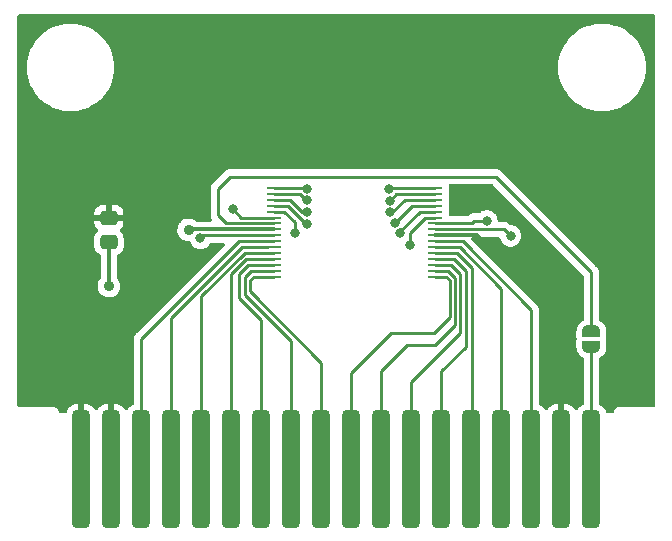
<source format=gbr>
%TF.GenerationSoftware,KiCad,Pcbnew,(6.0.7-1)-1*%
%TF.CreationDate,2023-01-15T15:04:07-08:00*%
%TF.ProjectId,QCard,51436172-642e-46b6-9963-61645f706362,rev?*%
%TF.SameCoordinates,Original*%
%TF.FileFunction,Copper,L1,Top*%
%TF.FilePolarity,Positive*%
%FSLAX46Y46*%
G04 Gerber Fmt 4.6, Leading zero omitted, Abs format (unit mm)*
G04 Created by KiCad (PCBNEW (6.0.7-1)-1) date 2023-01-15 15:04:07*
%MOMM*%
%LPD*%
G01*
G04 APERTURE LIST*
G04 Aperture macros list*
%AMRoundRect*
0 Rectangle with rounded corners*
0 $1 Rounding radius*
0 $2 $3 $4 $5 $6 $7 $8 $9 X,Y pos of 4 corners*
0 Add a 4 corners polygon primitive as box body*
4,1,4,$2,$3,$4,$5,$6,$7,$8,$9,$2,$3,0*
0 Add four circle primitives for the rounded corners*
1,1,$1+$1,$2,$3*
1,1,$1+$1,$4,$5*
1,1,$1+$1,$6,$7*
1,1,$1+$1,$8,$9*
0 Add four rect primitives between the rounded corners*
20,1,$1+$1,$2,$3,$4,$5,0*
20,1,$1+$1,$4,$5,$6,$7,0*
20,1,$1+$1,$6,$7,$8,$9,0*
20,1,$1+$1,$8,$9,$2,$3,0*%
%AMFreePoly0*
4,1,22,0.500000,-0.750000,0.000000,-0.750000,0.000000,-0.745033,-0.079941,-0.743568,-0.215256,-0.701293,-0.333266,-0.622738,-0.424486,-0.514219,-0.481581,-0.384460,-0.499164,-0.250000,-0.500000,-0.250000,-0.500000,0.250000,-0.499164,0.250000,-0.499963,0.256109,-0.478152,0.396186,-0.417904,0.524511,-0.324060,0.630769,-0.204165,0.706417,-0.067858,0.745374,0.000000,0.744959,0.000000,0.750000,
0.500000,0.750000,0.500000,-0.750000,0.500000,-0.750000,$1*%
%AMFreePoly1*
4,1,20,0.000000,0.744959,0.073905,0.744508,0.209726,0.703889,0.328688,0.626782,0.421226,0.519385,0.479903,0.390333,0.500000,0.250000,0.500000,-0.250000,0.499851,-0.262216,0.476331,-0.402017,0.414519,-0.529596,0.319384,-0.634700,0.198574,-0.708877,0.061801,-0.746166,0.000000,-0.745033,0.000000,-0.750000,-0.500000,-0.750000,-0.500000,0.750000,0.000000,0.750000,0.000000,0.744959,
0.000000,0.744959,$1*%
G04 Aperture macros list end*
%TA.AperFunction,SMDPad,CuDef*%
%ADD10FreePoly0,270.000000*%
%TD*%
%TA.AperFunction,SMDPad,CuDef*%
%ADD11FreePoly1,270.000000*%
%TD*%
%TA.AperFunction,SMDPad,CuDef*%
%ADD12R,1.200899X0.279400*%
%TD*%
%TA.AperFunction,ConnectorPad*%
%ADD13RoundRect,0.375000X-0.375000X-4.625000X0.375000X-4.625000X0.375000X4.625000X-0.375000X4.625000X0*%
%TD*%
%TA.AperFunction,SMDPad,CuDef*%
%ADD14RoundRect,0.250000X0.475000X-0.337500X0.475000X0.337500X-0.475000X0.337500X-0.475000X-0.337500X0*%
%TD*%
%TA.AperFunction,ViaPad*%
%ADD15C,0.900000*%
%TD*%
%TA.AperFunction,ViaPad*%
%ADD16C,0.800000*%
%TD*%
%TA.AperFunction,Conductor*%
%ADD17C,0.300000*%
%TD*%
%TA.AperFunction,Conductor*%
%ADD18C,0.250000*%
%TD*%
G04 APERTURE END LIST*
D10*
%TO.P,JP1,1,A*%
%TO.N,Net-(U1-Pad7)*%
X99100000Y-77350000D03*
D11*
%TO.P,JP1,2,B*%
%TO.N,/PGM*%
X99100000Y-78650000D03*
%TD*%
D12*
%TO.P,U1,1,A11*%
%TO.N,/A11*%
X72201377Y-65202500D03*
%TO.P,U1,2,A9*%
%TO.N,/A9*%
X72201377Y-65702499D03*
%TO.P,U1,3,A8*%
%TO.N,/A8*%
X72201377Y-66202500D03*
%TO.P,U1,4,A13*%
%TO.N,/A13*%
X72201377Y-66702499D03*
%TO.P,U1,5,A14*%
%TO.N,/A14*%
X72201377Y-67202501D03*
%TO.P,U1,6,A17*%
%TO.N,/A17*%
X72201377Y-67702500D03*
%TO.P,U1,7,\u002AWE*%
%TO.N,Net-(U1-Pad7)*%
X72201377Y-68202499D03*
%TO.P,U1,8,VDD*%
%TO.N,/VCC*%
X72201377Y-68702500D03*
%TO.P,U1,9,A18*%
%TO.N,/A18*%
X72201377Y-69202500D03*
%TO.P,U1,10,A16*%
%TO.N,/A16*%
X72201377Y-69702501D03*
%TO.P,U1,11,A15*%
%TO.N,/A15*%
X72201377Y-70202500D03*
%TO.P,U1,12,A12*%
%TO.N,/A12*%
X72201377Y-70702499D03*
%TO.P,U1,13,A7*%
%TO.N,/A7*%
X72201377Y-71202501D03*
%TO.P,U1,14,A6*%
%TO.N,/A6*%
X72201377Y-71702500D03*
%TO.P,U1,15,A5*%
%TO.N,/A5*%
X72201377Y-72202501D03*
%TO.P,U1,16,A4*%
%TO.N,/A4*%
X72201377Y-72702500D03*
%TO.P,U1,17,A3*%
%TO.N,/A3*%
X85899073Y-72702500D03*
%TO.P,U1,18,A2*%
%TO.N,/A2*%
X85899073Y-72202501D03*
%TO.P,U1,19,A1*%
%TO.N,/A1*%
X85899073Y-71702500D03*
%TO.P,U1,20,A0*%
%TO.N,/A0*%
X85899073Y-71202501D03*
%TO.P,U1,21,DQ0*%
%TO.N,/D0*%
X85899073Y-70702499D03*
%TO.P,U1,22,DQ1*%
%TO.N,/D1*%
X85899073Y-70202500D03*
%TO.P,U1,23,DQ2*%
%TO.N,/D2*%
X85899073Y-69702501D03*
%TO.P,U1,24,VSS*%
%TO.N,/GND*%
X85899073Y-69202500D03*
%TO.P,U1,25,DQ3*%
%TO.N,/D3*%
X85899073Y-68702500D03*
%TO.P,U1,26,DQ4*%
%TO.N,/D4*%
X85899073Y-68202499D03*
%TO.P,U1,27,DQ5*%
%TO.N,/D5*%
X85899073Y-67702500D03*
%TO.P,U1,28,DQ6*%
%TO.N,/D6*%
X85899073Y-67202501D03*
%TO.P,U1,29,DQ7*%
%TO.N,/D7*%
X85899073Y-66702499D03*
%TO.P,U1,30,\u002ACE*%
%TO.N,/CE*%
X85899073Y-66202500D03*
%TO.P,U1,31,A10*%
%TO.N,/A10*%
X85899073Y-65702499D03*
%TO.P,U1,32,\u002AOE*%
%TO.N,/OE*%
X85899073Y-65202500D03*
%TD*%
D13*
%TO.P,J1,1,Pin_1*%
%TO.N,/GND*%
X55910000Y-89000000D03*
%TO.P,J1,2,Pin_2*%
X58450000Y-89000000D03*
%TO.P,J1,3,Pin_3*%
%TO.N,/A16*%
X60990000Y-89000000D03*
%TO.P,J1,4,Pin_4*%
%TO.N,/A15*%
X63530000Y-89000000D03*
%TO.P,J1,5,Pin_5*%
%TO.N,/A12*%
X66070000Y-89000000D03*
%TO.P,J1,6,Pin_6*%
%TO.N,/A7*%
X68610000Y-89000000D03*
%TO.P,J1,7,Pin_7*%
%TO.N,/A6*%
X71150000Y-89000000D03*
%TO.P,J1,8,Pin_8*%
%TO.N,/A5*%
X73690000Y-89000000D03*
%TO.P,J1,9,Pin_9*%
%TO.N,/A4*%
X76230000Y-89000000D03*
%TO.P,J1,10,Pin_10*%
%TO.N,/A3*%
X78770000Y-89000000D03*
%TO.P,J1,11,Pin_11*%
%TO.N,/A2*%
X81310000Y-89000000D03*
%TO.P,J1,12,Pin_12*%
%TO.N,/A1*%
X83850000Y-89000000D03*
%TO.P,J1,13,Pin_13*%
%TO.N,/A0*%
X86390000Y-89000000D03*
%TO.P,J1,14,Pin_14*%
%TO.N,/D0*%
X88930000Y-89000000D03*
%TO.P,J1,15,Pin_15*%
%TO.N,/D1*%
X91470000Y-89000000D03*
%TO.P,J1,16,Pin_16*%
%TO.N,/D2*%
X94010000Y-89000000D03*
%TO.P,J1,17,Pin_17*%
%TO.N,/GND*%
X96550000Y-89000000D03*
%TO.P,J1,18,Pin_18*%
%TO.N,/PGM*%
X99090000Y-89000000D03*
%TD*%
D14*
%TO.P,C1,1*%
%TO.N,/VCC*%
X58250000Y-69787500D03*
%TO.P,C1,2*%
%TO.N,/GND*%
X58250000Y-67712500D03*
%TD*%
D15*
%TO.N,/VCC*%
X58250000Y-73500000D03*
X65000000Y-68750000D03*
%TO.N,/GND*%
X90000000Y-69750000D03*
D16*
X56300000Y-73500000D03*
%TO.N,/A18*%
X66000000Y-69452000D03*
%TO.N,/A17*%
X68750000Y-67000000D03*
%TO.N,/A14*%
X74000000Y-69000000D03*
%TO.N,/A13*%
X75000000Y-68250000D03*
%TO.N,/A8*%
X75000000Y-67250000D03*
%TO.N,/A9*%
X75000000Y-66250497D03*
%TO.N,/A11*%
X75000000Y-65250000D03*
%TO.N,/OE*%
X82000000Y-65250000D03*
%TO.N,/A10*%
X82012548Y-66262051D03*
%TO.N,/CE*%
X82006490Y-67268109D03*
%TO.N,/D7*%
X82457275Y-68160184D03*
%TO.N,/D6*%
X82901613Y-69055488D03*
%TO.N,/D5*%
X83750000Y-70000000D03*
%TO.N,/D4*%
X90250000Y-67978000D03*
%TO.N,/D3*%
X92250000Y-69250000D03*
%TD*%
D17*
%TO.N,/VCC*%
X65000000Y-68750000D02*
X65047500Y-68702500D01*
X65047500Y-68702500D02*
X72201377Y-68702500D01*
X58250000Y-73500000D02*
X58250000Y-69787500D01*
%TO.N,/GND*%
X85899073Y-69202500D02*
X89452500Y-69202500D01*
X89452500Y-69202500D02*
X90000000Y-69750000D01*
D18*
%TO.N,/A16*%
X60990000Y-89000000D02*
X60990000Y-78010000D01*
X69297499Y-69702501D02*
X72201377Y-69702501D01*
X60990000Y-78010000D02*
X69297499Y-69702501D01*
%TO.N,/A15*%
X69512201Y-70237799D02*
X71750000Y-70237799D01*
X63530000Y-89000000D02*
X63530000Y-76220000D01*
X63530000Y-76220000D02*
X69512201Y-70237799D01*
%TO.N,/A12*%
X66070000Y-74361802D02*
X69729303Y-70702499D01*
X66070000Y-89000000D02*
X66070000Y-74361802D01*
X69729303Y-70702499D02*
X72201377Y-70702499D01*
%TO.N,/A7*%
X68610000Y-72458198D02*
X69865697Y-71202501D01*
X68610000Y-89000000D02*
X68610000Y-72458198D01*
X69865697Y-71202501D02*
X72201377Y-71202501D01*
%TO.N,/A6*%
X71150000Y-89000000D02*
X71150000Y-76400000D01*
X69250000Y-74500000D02*
X69250000Y-72500000D01*
X71150000Y-76400000D02*
X69250000Y-74500000D01*
X70047500Y-71702500D02*
X72201377Y-71702500D01*
X69250000Y-72500000D02*
X70047500Y-71702500D01*
%TO.N,/A5*%
X73690000Y-78190000D02*
X69750000Y-74250000D01*
X69750000Y-74250000D02*
X69750000Y-72750000D01*
X73690000Y-89000000D02*
X73690000Y-78190000D01*
X70297499Y-72202501D02*
X72201377Y-72202501D01*
X69750000Y-72750000D02*
X70297499Y-72202501D01*
%TO.N,/A4*%
X70200000Y-72993198D02*
X70490698Y-72702500D01*
X76230000Y-79980000D02*
X70200000Y-73950000D01*
X76230000Y-89000000D02*
X76230000Y-79980000D01*
X70200000Y-73950000D02*
X70200000Y-72993198D01*
X70490698Y-72702500D02*
X72201377Y-72702500D01*
%TO.N,/A3*%
X78770000Y-80855000D02*
X82125000Y-77500000D01*
X85750000Y-77500000D02*
X87100000Y-76150000D01*
X86816104Y-72702500D02*
X85899073Y-72702500D01*
X82125000Y-77500000D02*
X85750000Y-77500000D01*
X78770000Y-89000000D02*
X78770000Y-80855000D01*
X87100000Y-76150000D02*
X87100000Y-72986396D01*
X87100000Y-72986396D02*
X86816104Y-72702500D01*
%TO.N,/A2*%
X81310000Y-80690000D02*
X83500000Y-78500000D01*
X83500000Y-78500000D02*
X85886396Y-78500000D01*
X81310000Y-89000000D02*
X81310000Y-80690000D01*
X86952501Y-72202501D02*
X85899073Y-72202501D01*
X87550000Y-72800000D02*
X86952501Y-72202501D01*
X85886396Y-78500000D02*
X87550000Y-76836396D01*
X87550000Y-76836396D02*
X87550000Y-72800000D01*
%TO.N,/A1*%
X88000000Y-77511396D02*
X88000000Y-72500000D01*
X83850000Y-89000000D02*
X83850000Y-81661396D01*
X88000000Y-72500000D02*
X87202500Y-71702500D01*
X87202500Y-71702500D02*
X85899073Y-71702500D01*
X83850000Y-81661396D02*
X88000000Y-77511396D01*
%TO.N,/A0*%
X88500000Y-78625000D02*
X88500000Y-72250000D01*
X86390000Y-80735000D02*
X88500000Y-78625000D01*
X87452501Y-71202501D02*
X85899073Y-71202501D01*
X86390000Y-89000000D02*
X86390000Y-80735000D01*
X88500000Y-72250000D02*
X87452501Y-71202501D01*
%TO.N,/D0*%
X89000000Y-88930000D02*
X89000000Y-72000000D01*
X88930000Y-89000000D02*
X89000000Y-88930000D01*
X87702499Y-70702499D02*
X85899073Y-70702499D01*
X89000000Y-72000000D02*
X87702499Y-70702499D01*
%TO.N,/D1*%
X91470000Y-73720000D02*
X87952500Y-70202500D01*
X87952500Y-70202500D02*
X85899073Y-70202500D01*
X91470000Y-89000000D02*
X91470000Y-73720000D01*
%TO.N,/D2*%
X88202501Y-69702501D02*
X85899073Y-69702501D01*
X94010000Y-89000000D02*
X94010000Y-75510000D01*
X94010000Y-75510000D02*
X88202501Y-69702501D01*
%TO.N,/PGM*%
X99090000Y-89000000D02*
X99090000Y-78660000D01*
X99090000Y-78660000D02*
X99100000Y-78650000D01*
%TO.N,/A18*%
X66249500Y-69202500D02*
X72201377Y-69202500D01*
X66000000Y-69452000D02*
X66249500Y-69202500D01*
%TO.N,/A17*%
X68750000Y-67000000D02*
X69452500Y-67702500D01*
X69452500Y-67702500D02*
X72201377Y-67702500D01*
%TO.N,/A14*%
X74000000Y-69000000D02*
X74000000Y-68110974D01*
X74000000Y-68110974D02*
X73091527Y-67202501D01*
X73091527Y-67202501D02*
X72201377Y-67202501D01*
%TO.N,/A13*%
X74952238Y-68250000D02*
X73404737Y-66702499D01*
X73404737Y-66702499D02*
X72201377Y-66702499D01*
X75000000Y-68250000D02*
X74952238Y-68250000D01*
%TO.N,/A8*%
X75000000Y-67250000D02*
X74588634Y-67250000D01*
X73541134Y-66202500D02*
X72201377Y-66202500D01*
X74588634Y-67250000D02*
X73541134Y-66202500D01*
%TO.N,/A9*%
X74975192Y-66250497D02*
X74427194Y-65702499D01*
X75000000Y-66250497D02*
X74975192Y-66250497D01*
X74427194Y-65702499D02*
X72201377Y-65702499D01*
%TO.N,/A11*%
X75000000Y-65250000D02*
X74952500Y-65202500D01*
X74952500Y-65202500D02*
X72201377Y-65202500D01*
%TO.N,/OE*%
X82047500Y-65202500D02*
X85899073Y-65202500D01*
X82000000Y-65250000D02*
X82047500Y-65202500D01*
%TO.N,/A10*%
X82012548Y-66262051D02*
X82572100Y-65702499D01*
X82572100Y-65702499D02*
X85899073Y-65702499D01*
%TO.N,/CE*%
X83297500Y-66202500D02*
X85899073Y-66202500D01*
X82231891Y-67268109D02*
X83297500Y-66202500D01*
X82006490Y-67268109D02*
X82231891Y-67268109D01*
%TO.N,/D7*%
X83914960Y-66702499D02*
X85899073Y-66702499D01*
X82457275Y-68160184D02*
X83914960Y-66702499D01*
%TO.N,/D6*%
X82901613Y-68879637D02*
X84578749Y-67202501D01*
X84578749Y-67202501D02*
X85899073Y-67202501D01*
X82901613Y-69055488D02*
X82901613Y-68879637D01*
%TO.N,/D5*%
X83750000Y-70000000D02*
X83750000Y-69000000D01*
X83750000Y-69000000D02*
X85047500Y-67702500D01*
X85047500Y-67702500D02*
X85899073Y-67702500D01*
%TO.N,/D4*%
X89176998Y-67978000D02*
X88952499Y-68202499D01*
X90250000Y-67978000D02*
X89176998Y-67978000D01*
X88952499Y-68202499D02*
X85899073Y-68202499D01*
%TO.N,/D3*%
X92250000Y-69250000D02*
X91702500Y-68702500D01*
X91702500Y-68702500D02*
X85899073Y-68702500D01*
%TO.N,Net-(U1-Pad7)*%
X68202499Y-68202499D02*
X67500000Y-67500000D01*
X68500000Y-64250000D02*
X91000000Y-64250000D01*
X99000000Y-72250000D02*
X99090000Y-72340000D01*
X91000000Y-64250000D02*
X99000000Y-72250000D01*
X67500000Y-65250000D02*
X68500000Y-64250000D01*
X99100000Y-77350000D02*
X99100000Y-72350000D01*
X72201377Y-68202499D02*
X68202499Y-68202499D01*
X99100000Y-72350000D02*
X99000000Y-72250000D01*
X67500000Y-67500000D02*
X67500000Y-65250000D01*
%TD*%
%TA.AperFunction,Conductor*%
%TO.N,/GND*%
G36*
X90753527Y-64903502D02*
G01*
X90774501Y-64920405D01*
X98429595Y-72575499D01*
X98463621Y-72637811D01*
X98466500Y-72664594D01*
X98466500Y-76328961D01*
X98446498Y-76397082D01*
X98391243Y-76444291D01*
X98376159Y-76450928D01*
X98372355Y-76453296D01*
X98256306Y-76525530D01*
X98256302Y-76525533D01*
X98252504Y-76527897D01*
X98142869Y-76620054D01*
X98045782Y-76728639D01*
X98043297Y-76732372D01*
X98043294Y-76732376D01*
X97978580Y-76829595D01*
X97966419Y-76847864D01*
X97903711Y-76979333D01*
X97861001Y-77116039D01*
X97860284Y-77120463D01*
X97860284Y-77120465D01*
X97857076Y-77140273D01*
X97837713Y-77259821D01*
X97837631Y-77264301D01*
X97835357Y-77388370D01*
X97835088Y-77403020D01*
X97835641Y-77407465D01*
X97835878Y-77411944D01*
X97835751Y-77411951D01*
X97836271Y-77420339D01*
X97836271Y-77850000D01*
X97841500Y-77923111D01*
X97843403Y-77929591D01*
X97852167Y-77959438D01*
X97855988Y-78012868D01*
X97836271Y-78150000D01*
X97836271Y-78637322D01*
X97836250Y-78639630D01*
X97835088Y-78703020D01*
X97853093Y-78847565D01*
X97890766Y-78985745D01*
X97948612Y-79119420D01*
X98023552Y-79241472D01*
X98026415Y-79244920D01*
X98026416Y-79244922D01*
X98112487Y-79348595D01*
X98116592Y-79353540D01*
X98222776Y-79449654D01*
X98343536Y-79531107D01*
X98347564Y-79533058D01*
X98347570Y-79533062D01*
X98385437Y-79551408D01*
X98438021Y-79599110D01*
X98456500Y-79664801D01*
X98456500Y-83437924D01*
X98436498Y-83506045D01*
X98387704Y-83550190D01*
X98320854Y-83584252D01*
X98237042Y-83626956D01*
X98237039Y-83626958D01*
X98231161Y-83629953D01*
X98226032Y-83634106D01*
X98226028Y-83634109D01*
X98094000Y-83741024D01*
X98086830Y-83746830D01*
X98082675Y-83751961D01*
X97974109Y-83886028D01*
X97974106Y-83886032D01*
X97969953Y-83891161D01*
X97966956Y-83897043D01*
X97931986Y-83965675D01*
X97883237Y-84017290D01*
X97814323Y-84034356D01*
X97747121Y-84011455D01*
X97707452Y-83965675D01*
X97672622Y-83897317D01*
X97665470Y-83886304D01*
X97556966Y-83752311D01*
X97547689Y-83743034D01*
X97413696Y-83634530D01*
X97402682Y-83627378D01*
X97249059Y-83549102D01*
X97236813Y-83544401D01*
X97069467Y-83499561D01*
X97058140Y-83497614D01*
X96989261Y-83492193D01*
X96984334Y-83492000D01*
X96822115Y-83492000D01*
X96806876Y-83496475D01*
X96805671Y-83497865D01*
X96804000Y-83505548D01*
X96804000Y-84250000D01*
X96296000Y-84250000D01*
X96296000Y-83510115D01*
X96291525Y-83494876D01*
X96290135Y-83493671D01*
X96282452Y-83492000D01*
X96115666Y-83492000D01*
X96110739Y-83492193D01*
X96041860Y-83497614D01*
X96030533Y-83499561D01*
X95863187Y-83544401D01*
X95850941Y-83549102D01*
X95697318Y-83627378D01*
X95686304Y-83634530D01*
X95552311Y-83743034D01*
X95543034Y-83752311D01*
X95434530Y-83886304D01*
X95427378Y-83897317D01*
X95392548Y-83965675D01*
X95343800Y-84017290D01*
X95274885Y-84034356D01*
X95207683Y-84011455D01*
X95168014Y-83965675D01*
X95133044Y-83897043D01*
X95130047Y-83891161D01*
X95125894Y-83886032D01*
X95125891Y-83886028D01*
X95017325Y-83751961D01*
X95013170Y-83746830D01*
X95006000Y-83741024D01*
X94873972Y-83634109D01*
X94873968Y-83634106D01*
X94868839Y-83629953D01*
X94862961Y-83626958D01*
X94862958Y-83626956D01*
X94779146Y-83584252D01*
X94712296Y-83550190D01*
X94660682Y-83501443D01*
X94643500Y-83437924D01*
X94643500Y-75588767D01*
X94644027Y-75577584D01*
X94645702Y-75570091D01*
X94643562Y-75502000D01*
X94643500Y-75498043D01*
X94643500Y-75470144D01*
X94642996Y-75466153D01*
X94642063Y-75454311D01*
X94640923Y-75418036D01*
X94640674Y-75410111D01*
X94638462Y-75402497D01*
X94638461Y-75402492D01*
X94635023Y-75390659D01*
X94631012Y-75371295D01*
X94629467Y-75359064D01*
X94628474Y-75351203D01*
X94625557Y-75343836D01*
X94625556Y-75343831D01*
X94612198Y-75310092D01*
X94608354Y-75298865D01*
X94598230Y-75264022D01*
X94596018Y-75256407D01*
X94585707Y-75238972D01*
X94577012Y-75221224D01*
X94569552Y-75202383D01*
X94543564Y-75166613D01*
X94537048Y-75156693D01*
X94518580Y-75125465D01*
X94518578Y-75125462D01*
X94514542Y-75118638D01*
X94500221Y-75104317D01*
X94487380Y-75089283D01*
X94480131Y-75079306D01*
X94475472Y-75072893D01*
X94441395Y-75044702D01*
X94432616Y-75036712D01*
X88947000Y-69551095D01*
X88912974Y-69488783D01*
X88918039Y-69417968D01*
X88960586Y-69361132D01*
X89027106Y-69336321D01*
X89036095Y-69336000D01*
X91233040Y-69336000D01*
X91301161Y-69356002D01*
X91347654Y-69409658D01*
X91355902Y-69434637D01*
X91356458Y-69439928D01*
X91415473Y-69621556D01*
X91510960Y-69786944D01*
X91515378Y-69791851D01*
X91515379Y-69791852D01*
X91619174Y-69907128D01*
X91638747Y-69928866D01*
X91687088Y-69963988D01*
X91761545Y-70018084D01*
X91793248Y-70041118D01*
X91799276Y-70043802D01*
X91799278Y-70043803D01*
X91837479Y-70060811D01*
X91967712Y-70118794D01*
X92042774Y-70134749D01*
X92148056Y-70157128D01*
X92148061Y-70157128D01*
X92154513Y-70158500D01*
X92345487Y-70158500D01*
X92351939Y-70157128D01*
X92351944Y-70157128D01*
X92457226Y-70134749D01*
X92532288Y-70118794D01*
X92662521Y-70060811D01*
X92700722Y-70043803D01*
X92700724Y-70043802D01*
X92706752Y-70041118D01*
X92738456Y-70018084D01*
X92812912Y-69963988D01*
X92861253Y-69928866D01*
X92880826Y-69907128D01*
X92984621Y-69791852D01*
X92984622Y-69791851D01*
X92989040Y-69786944D01*
X93084527Y-69621556D01*
X93143542Y-69439928D01*
X93146724Y-69409658D01*
X93162814Y-69256565D01*
X93163504Y-69250000D01*
X93147019Y-69093154D01*
X93144232Y-69066635D01*
X93144232Y-69066633D01*
X93143542Y-69060072D01*
X93084527Y-68878444D01*
X93071976Y-68856704D01*
X93014922Y-68757885D01*
X92989040Y-68713056D01*
X92974699Y-68697128D01*
X92865675Y-68576045D01*
X92865674Y-68576044D01*
X92861253Y-68571134D01*
X92706752Y-68458882D01*
X92700724Y-68456198D01*
X92700722Y-68456197D01*
X92538319Y-68383891D01*
X92538318Y-68383891D01*
X92532288Y-68381206D01*
X92415539Y-68356390D01*
X92351944Y-68342872D01*
X92351939Y-68342872D01*
X92345487Y-68341500D01*
X92290571Y-68341500D01*
X92222450Y-68321498D01*
X92196288Y-68298300D01*
X92194500Y-68295482D01*
X92144848Y-68248856D01*
X92142007Y-68246102D01*
X92122270Y-68226365D01*
X92119073Y-68223885D01*
X92110051Y-68216180D01*
X92104844Y-68211290D01*
X92077821Y-68185914D01*
X92070875Y-68182095D01*
X92070872Y-68182093D01*
X92060066Y-68176152D01*
X92043547Y-68165301D01*
X92036950Y-68160184D01*
X92027541Y-68152886D01*
X92020272Y-68149741D01*
X92020268Y-68149738D01*
X91986963Y-68135326D01*
X91976313Y-68130109D01*
X91937560Y-68108805D01*
X91917937Y-68103767D01*
X91899234Y-68097363D01*
X91887920Y-68092467D01*
X91887919Y-68092467D01*
X91880645Y-68089319D01*
X91872822Y-68088080D01*
X91872812Y-68088077D01*
X91836976Y-68082401D01*
X91825356Y-68079995D01*
X91790211Y-68070972D01*
X91790210Y-68070972D01*
X91782530Y-68069000D01*
X91762276Y-68069000D01*
X91742565Y-68067449D01*
X91730386Y-68065520D01*
X91722557Y-68064280D01*
X91698184Y-68066584D01*
X91678539Y-68068441D01*
X91666681Y-68069000D01*
X91286520Y-68069000D01*
X91218399Y-68048998D01*
X91171906Y-67995342D01*
X91161210Y-67956171D01*
X91144232Y-67794635D01*
X91144232Y-67794633D01*
X91143542Y-67788072D01*
X91084527Y-67606444D01*
X91080743Y-67599889D01*
X91043794Y-67535892D01*
X90989040Y-67441056D01*
X90979138Y-67430058D01*
X90865675Y-67304045D01*
X90865674Y-67304044D01*
X90861253Y-67299134D01*
X90760310Y-67225794D01*
X90712094Y-67190763D01*
X90712093Y-67190762D01*
X90706752Y-67186882D01*
X90700724Y-67184198D01*
X90700722Y-67184197D01*
X90538319Y-67111891D01*
X90538318Y-67111891D01*
X90532288Y-67109206D01*
X90438888Y-67089353D01*
X90351944Y-67070872D01*
X90351939Y-67070872D01*
X90345487Y-67069500D01*
X90154513Y-67069500D01*
X90148061Y-67070872D01*
X90148056Y-67070872D01*
X90061112Y-67089353D01*
X89967712Y-67109206D01*
X89961682Y-67111891D01*
X89961681Y-67111891D01*
X89799278Y-67184197D01*
X89799276Y-67184198D01*
X89793248Y-67186882D01*
X89787907Y-67190762D01*
X89787906Y-67190763D01*
X89739690Y-67225794D01*
X89638747Y-67299134D01*
X89634332Y-67304037D01*
X89629420Y-67308460D01*
X89628295Y-67307211D01*
X89574986Y-67340051D01*
X89541800Y-67344500D01*
X89255766Y-67344500D01*
X89244583Y-67343973D01*
X89237090Y-67342298D01*
X89229164Y-67342547D01*
X89229163Y-67342547D01*
X89169000Y-67344438D01*
X89165042Y-67344500D01*
X89137142Y-67344500D01*
X89133152Y-67345004D01*
X89121318Y-67345936D01*
X89077109Y-67347326D01*
X89069493Y-67349539D01*
X89069491Y-67349539D01*
X89057650Y-67352979D01*
X89038291Y-67356988D01*
X89036981Y-67357154D01*
X89018201Y-67359526D01*
X89010835Y-67362442D01*
X89010829Y-67362444D01*
X88977096Y-67375800D01*
X88965866Y-67379645D01*
X88931015Y-67389770D01*
X88923405Y-67391981D01*
X88916582Y-67396016D01*
X88905964Y-67402295D01*
X88888211Y-67410992D01*
X88880566Y-67414019D01*
X88869381Y-67418448D01*
X88862966Y-67423109D01*
X88833610Y-67444437D01*
X88823693Y-67450951D01*
X88785636Y-67473458D01*
X88771312Y-67487782D01*
X88756285Y-67500617D01*
X88739891Y-67512528D01*
X88734837Y-67518637D01*
X88730965Y-67523317D01*
X88672130Y-67563053D01*
X88633882Y-67568999D01*
X87129042Y-67568999D01*
X87060921Y-67548997D01*
X87014428Y-67495341D01*
X87003779Y-67429391D01*
X87004462Y-67423109D01*
X87008022Y-67390335D01*
X87008022Y-67014667D01*
X87002747Y-66966106D01*
X87002747Y-66938893D01*
X87007653Y-66893732D01*
X87007653Y-66893728D01*
X87008022Y-66890333D01*
X87008022Y-66514665D01*
X87002747Y-66466105D01*
X87002747Y-66438891D01*
X87003294Y-66433862D01*
X87008022Y-66390334D01*
X87008022Y-66014666D01*
X87002747Y-65966105D01*
X87002747Y-65938892D01*
X87007653Y-65893732D01*
X87007653Y-65893728D01*
X87008022Y-65890333D01*
X87008022Y-65514665D01*
X87002747Y-65466106D01*
X87002747Y-65438893D01*
X87007653Y-65393733D01*
X87007653Y-65393729D01*
X87008022Y-65390334D01*
X87008022Y-65014666D01*
X87008317Y-65014666D01*
X87024213Y-64947216D01*
X87075273Y-64897887D01*
X87133742Y-64883500D01*
X90685406Y-64883500D01*
X90753527Y-64903502D01*
G37*
%TD.AperFunction*%
%TA.AperFunction,Conductor*%
G36*
X104433621Y-50528502D02*
G01*
X104480114Y-50582158D01*
X104491500Y-50634500D01*
X104491500Y-83615500D01*
X104471498Y-83683621D01*
X104417842Y-83730114D01*
X104365500Y-83741500D01*
X101508623Y-83741500D01*
X101507853Y-83741498D01*
X101507037Y-83741493D01*
X101430279Y-83741024D01*
X101409965Y-83746830D01*
X101401847Y-83749150D01*
X101385085Y-83752728D01*
X101355813Y-83756920D01*
X101347645Y-83760634D01*
X101347644Y-83760634D01*
X101332438Y-83767548D01*
X101314914Y-83773996D01*
X101290229Y-83781051D01*
X101282635Y-83785843D01*
X101282632Y-83785844D01*
X101265220Y-83796830D01*
X101250137Y-83804969D01*
X101223218Y-83817208D01*
X101216416Y-83823069D01*
X101203765Y-83833970D01*
X101188761Y-83845073D01*
X101167042Y-83858776D01*
X101161103Y-83865501D01*
X101161099Y-83865504D01*
X101147468Y-83880938D01*
X101135276Y-83892982D01*
X101119673Y-83906427D01*
X101119671Y-83906430D01*
X101112873Y-83912287D01*
X101107993Y-83919816D01*
X101107992Y-83919817D01*
X101098906Y-83933835D01*
X101087615Y-83948709D01*
X101076569Y-83961217D01*
X101070622Y-83967951D01*
X101064312Y-83981391D01*
X101058058Y-83994711D01*
X101049737Y-84009691D01*
X101038529Y-84026983D01*
X101038527Y-84026988D01*
X101033648Y-84034515D01*
X101031078Y-84043108D01*
X101031076Y-84043113D01*
X101026289Y-84059120D01*
X101019628Y-84076564D01*
X101012533Y-84091676D01*
X101008719Y-84099800D01*
X101007338Y-84108667D01*
X101007338Y-84108668D01*
X101004170Y-84129015D01*
X101000386Y-84145736D01*
X100996088Y-84160106D01*
X100957405Y-84219638D01*
X100892676Y-84248806D01*
X100875372Y-84250000D01*
X100442857Y-84250000D01*
X100374736Y-84229998D01*
X100328243Y-84176342D01*
X100321150Y-84156612D01*
X100294362Y-84056638D01*
X100210047Y-83891161D01*
X100205894Y-83886032D01*
X100205891Y-83886028D01*
X100097325Y-83751961D01*
X100093170Y-83746830D01*
X100086000Y-83741024D01*
X99953972Y-83634109D01*
X99953968Y-83634106D01*
X99948839Y-83629953D01*
X99942961Y-83626958D01*
X99942958Y-83626956D01*
X99859146Y-83584252D01*
X99792296Y-83550190D01*
X99740682Y-83501443D01*
X99723500Y-83437924D01*
X99723500Y-79674941D01*
X99743502Y-79606820D01*
X99797349Y-79560240D01*
X99830707Y-79545073D01*
X99834789Y-79543217D01*
X99838560Y-79540805D01*
X99838568Y-79540801D01*
X99953721Y-79467157D01*
X99953722Y-79467156D01*
X99957497Y-79464742D01*
X100065998Y-79371252D01*
X100161750Y-79261489D01*
X100174725Y-79241472D01*
X100237214Y-79145062D01*
X100239650Y-79141304D01*
X100300748Y-79009076D01*
X100341784Y-78871858D01*
X100344770Y-78851881D01*
X100362650Y-78732235D01*
X100362650Y-78732232D01*
X100363312Y-78727804D01*
X100364187Y-78584583D01*
X100363852Y-78582139D01*
X100363729Y-78578344D01*
X100363729Y-78150000D01*
X100358500Y-78076889D01*
X100347833Y-78040560D01*
X100344012Y-77987131D01*
X100363729Y-77850000D01*
X100363729Y-77359992D01*
X100363731Y-77359222D01*
X100364160Y-77289069D01*
X100364160Y-77289063D01*
X100364187Y-77284583D01*
X100350620Y-77185538D01*
X100345030Y-77144724D01*
X100345029Y-77144720D01*
X100344420Y-77140273D01*
X100305063Y-77002564D01*
X100245586Y-76869602D01*
X100243200Y-76865820D01*
X100243196Y-76865813D01*
X100171551Y-76752264D01*
X100169160Y-76748474D01*
X100074754Y-76637548D01*
X99967403Y-76542740D01*
X99944807Y-76527897D01*
X99849410Y-76465233D01*
X99849407Y-76465231D01*
X99845666Y-76462774D01*
X99805950Y-76444127D01*
X99752789Y-76397070D01*
X99733500Y-76330072D01*
X99733500Y-72428763D01*
X99734027Y-72417579D01*
X99735701Y-72410091D01*
X99733562Y-72342032D01*
X99733500Y-72338075D01*
X99733500Y-72310144D01*
X99732994Y-72306138D01*
X99732061Y-72294292D01*
X99730922Y-72258037D01*
X99730673Y-72250110D01*
X99725022Y-72230658D01*
X99721014Y-72211306D01*
X99719467Y-72199063D01*
X99718474Y-72191203D01*
X99715556Y-72183832D01*
X99702200Y-72150097D01*
X99698355Y-72138870D01*
X99697721Y-72136687D01*
X99686018Y-72096407D01*
X99681984Y-72089585D01*
X99681981Y-72089579D01*
X99675706Y-72078968D01*
X99667010Y-72061218D01*
X99662472Y-72049756D01*
X99662469Y-72049751D01*
X99659552Y-72042383D01*
X99641899Y-72018085D01*
X99633573Y-72006625D01*
X99627057Y-71996707D01*
X99608575Y-71965457D01*
X99604542Y-71958637D01*
X99590218Y-71944313D01*
X99577376Y-71929278D01*
X99565472Y-71912893D01*
X99531406Y-71884711D01*
X99522627Y-71876722D01*
X91503652Y-63857747D01*
X91496112Y-63849461D01*
X91492000Y-63842982D01*
X91466034Y-63818598D01*
X91442349Y-63796357D01*
X91439507Y-63793602D01*
X91419770Y-63773865D01*
X91416573Y-63771385D01*
X91407551Y-63763680D01*
X91403397Y-63759779D01*
X91375321Y-63733414D01*
X91368375Y-63729595D01*
X91368372Y-63729593D01*
X91357566Y-63723652D01*
X91341047Y-63712801D01*
X91340583Y-63712441D01*
X91325041Y-63700386D01*
X91317772Y-63697241D01*
X91317768Y-63697238D01*
X91284463Y-63682826D01*
X91273813Y-63677609D01*
X91235060Y-63656305D01*
X91215437Y-63651267D01*
X91196734Y-63644863D01*
X91185420Y-63639967D01*
X91185419Y-63639967D01*
X91178145Y-63636819D01*
X91170322Y-63635580D01*
X91170312Y-63635577D01*
X91134476Y-63629901D01*
X91122856Y-63627495D01*
X91087711Y-63618472D01*
X91087710Y-63618472D01*
X91080030Y-63616500D01*
X91059776Y-63616500D01*
X91040065Y-63614949D01*
X91027886Y-63613020D01*
X91020057Y-63611780D01*
X90990786Y-63614547D01*
X90976039Y-63615941D01*
X90964181Y-63616500D01*
X68578768Y-63616500D01*
X68567585Y-63615973D01*
X68560092Y-63614298D01*
X68552166Y-63614547D01*
X68552165Y-63614547D01*
X68492002Y-63616438D01*
X68488044Y-63616500D01*
X68460144Y-63616500D01*
X68456154Y-63617004D01*
X68444320Y-63617936D01*
X68400111Y-63619326D01*
X68392495Y-63621539D01*
X68392493Y-63621539D01*
X68380652Y-63624979D01*
X68361293Y-63628988D01*
X68359983Y-63629154D01*
X68341203Y-63631526D01*
X68333837Y-63634442D01*
X68333831Y-63634444D01*
X68300098Y-63647800D01*
X68288868Y-63651645D01*
X68272828Y-63656305D01*
X68246407Y-63663981D01*
X68239584Y-63668016D01*
X68228966Y-63674295D01*
X68211213Y-63682992D01*
X68203568Y-63686019D01*
X68192383Y-63690448D01*
X68178705Y-63700386D01*
X68156612Y-63716437D01*
X68146695Y-63722951D01*
X68108638Y-63745458D01*
X68094317Y-63759779D01*
X68079284Y-63772619D01*
X68062893Y-63784528D01*
X68057843Y-63790632D01*
X68057838Y-63790637D01*
X68034707Y-63818598D01*
X68026717Y-63827379D01*
X67107742Y-64746353D01*
X67099463Y-64753887D01*
X67092982Y-64758000D01*
X67046357Y-64807651D01*
X67043602Y-64810493D01*
X67023865Y-64830230D01*
X67021385Y-64833427D01*
X67013682Y-64842447D01*
X66983414Y-64874679D01*
X66979595Y-64881625D01*
X66979593Y-64881628D01*
X66973652Y-64892434D01*
X66962801Y-64908953D01*
X66950386Y-64924959D01*
X66947241Y-64932228D01*
X66947238Y-64932232D01*
X66932826Y-64965537D01*
X66927609Y-64976187D01*
X66906305Y-65014940D01*
X66904334Y-65022615D01*
X66904334Y-65022616D01*
X66901267Y-65034562D01*
X66894863Y-65053266D01*
X66886819Y-65071855D01*
X66885580Y-65079678D01*
X66885577Y-65079688D01*
X66879901Y-65115524D01*
X66877495Y-65127144D01*
X66866500Y-65169970D01*
X66866500Y-65190224D01*
X66864949Y-65209934D01*
X66861780Y-65229943D01*
X66862526Y-65237835D01*
X66865941Y-65273961D01*
X66866500Y-65285819D01*
X66866500Y-67421233D01*
X66865973Y-67432416D01*
X66864298Y-67439909D01*
X66864547Y-67447835D01*
X66864547Y-67447836D01*
X66866438Y-67507986D01*
X66866500Y-67511945D01*
X66866500Y-67539856D01*
X66866997Y-67543790D01*
X66866997Y-67543791D01*
X66867005Y-67543856D01*
X66867938Y-67555693D01*
X66869327Y-67599889D01*
X66873796Y-67615271D01*
X66874978Y-67619339D01*
X66878987Y-67638700D01*
X66881526Y-67658797D01*
X66884445Y-67666168D01*
X66884445Y-67666170D01*
X66897804Y-67699912D01*
X66901649Y-67711142D01*
X66913982Y-67753593D01*
X66918015Y-67760412D01*
X66918017Y-67760417D01*
X66924293Y-67771028D01*
X66932988Y-67788776D01*
X66940448Y-67807617D01*
X66945110Y-67814033D01*
X66945110Y-67814034D01*
X66966436Y-67843387D01*
X66972956Y-67853314D01*
X66973283Y-67853867D01*
X66990739Y-67922684D01*
X66968218Y-67990014D01*
X66912871Y-68034480D01*
X66864826Y-68044000D01*
X65695730Y-68044000D01*
X65627609Y-68023998D01*
X65615415Y-68015085D01*
X65556685Y-67966500D01*
X65538580Y-67951522D01*
X65533161Y-67948592D01*
X65533158Y-67948590D01*
X65427315Y-67891362D01*
X65373231Y-67862119D01*
X65193666Y-67806534D01*
X65187541Y-67805890D01*
X65187540Y-67805890D01*
X65012852Y-67787529D01*
X65012851Y-67787529D01*
X65006724Y-67786885D01*
X64929673Y-67793897D01*
X64825665Y-67803363D01*
X64825662Y-67803364D01*
X64819526Y-67803922D01*
X64813620Y-67805660D01*
X64813616Y-67805661D01*
X64685435Y-67843387D01*
X64639202Y-67856994D01*
X64472621Y-67944080D01*
X64326128Y-68061864D01*
X64322170Y-68066582D01*
X64322167Y-68066584D01*
X64249140Y-68153615D01*
X64205302Y-68205859D01*
X64202338Y-68211251D01*
X64202335Y-68211255D01*
X64144089Y-68317205D01*
X64114746Y-68370580D01*
X64057909Y-68549752D01*
X64036956Y-68736552D01*
X64037472Y-68742696D01*
X64049399Y-68884729D01*
X64052685Y-68923865D01*
X64066349Y-68971517D01*
X64093624Y-69066635D01*
X64104497Y-69104555D01*
X64107312Y-69110032D01*
X64107313Y-69110035D01*
X64150179Y-69193443D01*
X64190418Y-69271740D01*
X64194241Y-69276564D01*
X64194244Y-69276568D01*
X64249811Y-69346675D01*
X64307177Y-69419052D01*
X64311871Y-69423047D01*
X64438981Y-69531226D01*
X64450324Y-69540880D01*
X64455702Y-69543886D01*
X64455704Y-69543887D01*
X64515563Y-69577341D01*
X64614409Y-69632584D01*
X64793180Y-69690670D01*
X64979830Y-69712927D01*
X64985965Y-69712455D01*
X64985967Y-69712455D01*
X65013435Y-69710341D01*
X65027016Y-69709296D01*
X65096470Y-69724013D01*
X65146943Y-69773943D01*
X65156516Y-69795988D01*
X65165473Y-69823556D01*
X65168776Y-69829278D01*
X65168777Y-69829279D01*
X65192383Y-69870166D01*
X65260960Y-69988944D01*
X65265378Y-69993851D01*
X65265379Y-69993852D01*
X65312886Y-70046614D01*
X65388747Y-70130866D01*
X65543248Y-70243118D01*
X65549276Y-70245802D01*
X65549278Y-70245803D01*
X65643390Y-70287704D01*
X65717712Y-70320794D01*
X65811112Y-70340647D01*
X65898056Y-70359128D01*
X65898061Y-70359128D01*
X65904513Y-70360500D01*
X66095487Y-70360500D01*
X66101939Y-70359128D01*
X66101944Y-70359128D01*
X66188888Y-70340647D01*
X66282288Y-70320794D01*
X66356610Y-70287704D01*
X66450722Y-70245803D01*
X66450724Y-70245802D01*
X66456752Y-70243118D01*
X66611253Y-70130866D01*
X66687114Y-70046614D01*
X66734621Y-69993852D01*
X66734622Y-69993851D01*
X66739040Y-69988944D01*
X66790969Y-69899000D01*
X66842351Y-69850007D01*
X66900088Y-69836000D01*
X67963906Y-69836000D01*
X68032027Y-69856002D01*
X68078520Y-69909658D01*
X68088624Y-69979932D01*
X68059130Y-70044512D01*
X68053001Y-70051095D01*
X64255464Y-73848631D01*
X60597747Y-77506348D01*
X60589461Y-77513888D01*
X60582982Y-77518000D01*
X60577557Y-77523777D01*
X60536357Y-77567651D01*
X60533602Y-77570493D01*
X60513865Y-77590230D01*
X60511385Y-77593427D01*
X60503682Y-77602447D01*
X60473414Y-77634679D01*
X60469595Y-77641625D01*
X60469593Y-77641628D01*
X60463652Y-77652434D01*
X60452801Y-77668953D01*
X60440386Y-77684959D01*
X60437241Y-77692228D01*
X60437238Y-77692232D01*
X60422826Y-77725537D01*
X60417609Y-77736187D01*
X60396305Y-77774940D01*
X60394334Y-77782615D01*
X60394334Y-77782616D01*
X60391267Y-77794562D01*
X60384863Y-77813266D01*
X60376819Y-77831855D01*
X60375580Y-77839678D01*
X60375577Y-77839688D01*
X60369901Y-77875524D01*
X60367495Y-77887144D01*
X60356500Y-77929970D01*
X60356500Y-77950224D01*
X60354949Y-77969934D01*
X60351780Y-77989943D01*
X60352526Y-77997835D01*
X60355941Y-78033961D01*
X60356500Y-78045819D01*
X60356500Y-83437924D01*
X60336498Y-83506045D01*
X60287704Y-83550190D01*
X60220854Y-83584252D01*
X60137042Y-83626956D01*
X60137039Y-83626958D01*
X60131161Y-83629953D01*
X60126032Y-83634106D01*
X60126028Y-83634109D01*
X59994000Y-83741024D01*
X59986830Y-83746830D01*
X59982675Y-83751961D01*
X59874109Y-83886028D01*
X59874106Y-83886032D01*
X59869953Y-83891161D01*
X59866956Y-83897043D01*
X59831986Y-83965675D01*
X59783237Y-84017290D01*
X59714323Y-84034356D01*
X59647121Y-84011455D01*
X59607452Y-83965675D01*
X59572622Y-83897317D01*
X59565470Y-83886304D01*
X59456966Y-83752311D01*
X59447689Y-83743034D01*
X59313696Y-83634530D01*
X59302682Y-83627378D01*
X59149059Y-83549102D01*
X59136813Y-83544401D01*
X58969467Y-83499561D01*
X58958140Y-83497614D01*
X58889261Y-83492193D01*
X58884334Y-83492000D01*
X58722115Y-83492000D01*
X58706876Y-83496475D01*
X58705671Y-83497865D01*
X58704000Y-83505548D01*
X58704000Y-84250000D01*
X58196000Y-84250000D01*
X58196000Y-83510115D01*
X58191525Y-83494876D01*
X58190135Y-83493671D01*
X58182452Y-83492000D01*
X58015666Y-83492000D01*
X58010739Y-83492193D01*
X57941860Y-83497614D01*
X57930533Y-83499561D01*
X57763187Y-83544401D01*
X57750941Y-83549102D01*
X57597318Y-83627378D01*
X57586304Y-83634530D01*
X57452311Y-83743034D01*
X57443034Y-83752311D01*
X57334530Y-83886304D01*
X57327378Y-83897318D01*
X57292267Y-83966226D01*
X57243519Y-84017841D01*
X57174604Y-84034907D01*
X57107402Y-84012006D01*
X57067733Y-83966226D01*
X57032622Y-83897318D01*
X57025470Y-83886304D01*
X56916966Y-83752311D01*
X56907689Y-83743034D01*
X56773696Y-83634530D01*
X56762682Y-83627378D01*
X56609059Y-83549102D01*
X56596813Y-83544401D01*
X56429467Y-83499561D01*
X56418140Y-83497614D01*
X56349261Y-83492193D01*
X56344334Y-83492000D01*
X56182115Y-83492000D01*
X56166876Y-83496475D01*
X56165671Y-83497865D01*
X56164000Y-83505548D01*
X56164000Y-84250000D01*
X55656000Y-84250000D01*
X55656000Y-83510115D01*
X55651525Y-83494876D01*
X55650135Y-83493671D01*
X55642452Y-83492000D01*
X55475666Y-83492000D01*
X55470739Y-83492193D01*
X55401860Y-83497614D01*
X55390533Y-83499561D01*
X55223187Y-83544401D01*
X55210941Y-83549102D01*
X55057318Y-83627378D01*
X55046304Y-83634530D01*
X54912311Y-83743034D01*
X54903034Y-83752311D01*
X54794530Y-83886304D01*
X54787378Y-83897318D01*
X54709102Y-84050941D01*
X54704401Y-84063187D01*
X54679368Y-84156612D01*
X54642416Y-84217234D01*
X54578555Y-84248256D01*
X54557661Y-84250000D01*
X54123936Y-84250000D01*
X54055815Y-84229998D01*
X54009322Y-84176342D01*
X54002786Y-84158622D01*
X54000849Y-84151844D01*
X53997272Y-84135085D01*
X53994352Y-84114698D01*
X53993080Y-84105813D01*
X53982451Y-84082436D01*
X53976004Y-84064913D01*
X53973639Y-84056638D01*
X53968949Y-84040229D01*
X53964156Y-84032632D01*
X53953170Y-84015220D01*
X53945030Y-84000135D01*
X53942564Y-83994711D01*
X53932792Y-83973218D01*
X53926293Y-83965675D01*
X53916030Y-83953765D01*
X53904927Y-83938761D01*
X53891224Y-83917042D01*
X53884499Y-83911103D01*
X53884496Y-83911099D01*
X53869062Y-83897468D01*
X53857018Y-83885276D01*
X53843573Y-83869673D01*
X53843570Y-83869671D01*
X53837713Y-83862873D01*
X53824009Y-83853990D01*
X53816165Y-83848906D01*
X53801291Y-83837615D01*
X53788783Y-83826569D01*
X53788782Y-83826568D01*
X53782049Y-83820622D01*
X53755287Y-83808057D01*
X53740309Y-83799737D01*
X53723017Y-83788529D01*
X53723012Y-83788527D01*
X53715485Y-83783648D01*
X53706892Y-83781078D01*
X53706887Y-83781076D01*
X53690880Y-83776289D01*
X53673436Y-83769628D01*
X53658324Y-83762533D01*
X53658322Y-83762532D01*
X53650200Y-83758719D01*
X53641333Y-83757338D01*
X53641332Y-83757338D01*
X53630478Y-83755648D01*
X53620983Y-83754170D01*
X53604268Y-83750387D01*
X53584534Y-83744485D01*
X53584528Y-83744484D01*
X53575934Y-83741914D01*
X53566963Y-83741859D01*
X53566962Y-83741859D01*
X53556903Y-83741798D01*
X53541494Y-83741704D01*
X53540711Y-83741671D01*
X53539614Y-83741500D01*
X53508623Y-83741500D01*
X53507853Y-83741498D01*
X53434215Y-83741048D01*
X53434214Y-83741048D01*
X53430279Y-83741024D01*
X53428935Y-83741408D01*
X53427590Y-83741500D01*
X50634500Y-83741500D01*
X50566379Y-83721498D01*
X50519886Y-83667842D01*
X50508500Y-83615500D01*
X50508500Y-70175400D01*
X57016500Y-70175400D01*
X57016837Y-70178646D01*
X57016837Y-70178650D01*
X57023805Y-70245803D01*
X57027474Y-70281166D01*
X57029655Y-70287702D01*
X57029655Y-70287704D01*
X57059540Y-70377279D01*
X57083450Y-70448946D01*
X57176522Y-70599348D01*
X57301697Y-70724305D01*
X57452262Y-70817115D01*
X57505168Y-70834663D01*
X57563527Y-70875094D01*
X57590764Y-70940658D01*
X57591500Y-70954256D01*
X57591500Y-72747684D01*
X57571498Y-72815805D01*
X57562023Y-72828674D01*
X57455302Y-72955859D01*
X57452338Y-72961251D01*
X57452335Y-72961255D01*
X57422529Y-73015473D01*
X57364746Y-73120580D01*
X57307909Y-73299752D01*
X57286956Y-73486552D01*
X57287472Y-73492696D01*
X57294794Y-73579887D01*
X57302685Y-73673865D01*
X57354497Y-73854555D01*
X57357312Y-73860032D01*
X57357313Y-73860035D01*
X57437603Y-74016263D01*
X57440418Y-74021740D01*
X57444241Y-74026564D01*
X57444244Y-74026568D01*
X57470625Y-74059852D01*
X57557177Y-74169052D01*
X57700324Y-74290880D01*
X57705702Y-74293886D01*
X57705704Y-74293887D01*
X57782366Y-74336732D01*
X57864409Y-74382584D01*
X58043180Y-74440670D01*
X58229830Y-74462927D01*
X58235965Y-74462455D01*
X58235967Y-74462455D01*
X58411105Y-74448979D01*
X58411109Y-74448978D01*
X58417247Y-74448506D01*
X58502378Y-74424737D01*
X58592350Y-74399616D01*
X58592353Y-74399615D01*
X58598294Y-74397956D01*
X58603798Y-74395176D01*
X58603800Y-74395175D01*
X58760574Y-74315983D01*
X58760576Y-74315982D01*
X58766075Y-74313204D01*
X58914199Y-74197477D01*
X58918225Y-74192813D01*
X59032994Y-74059852D01*
X59032995Y-74059850D01*
X59037023Y-74055184D01*
X59129870Y-73891744D01*
X59189203Y-73713382D01*
X59212762Y-73526892D01*
X59213138Y-73500000D01*
X59194795Y-73312926D01*
X59140465Y-73132977D01*
X59052218Y-72967008D01*
X58936857Y-72825560D01*
X58909303Y-72760128D01*
X58908500Y-72745925D01*
X58908500Y-70954197D01*
X58928502Y-70886076D01*
X58982158Y-70839583D01*
X58994623Y-70834674D01*
X59042002Y-70818867D01*
X59042004Y-70818866D01*
X59048946Y-70816550D01*
X59090044Y-70791118D01*
X59193120Y-70727332D01*
X59199348Y-70723478D01*
X59324305Y-70598303D01*
X59359102Y-70541852D01*
X59413275Y-70453968D01*
X59413276Y-70453966D01*
X59417115Y-70447738D01*
X59472797Y-70279861D01*
X59483500Y-70175400D01*
X59483500Y-69399600D01*
X59480590Y-69371556D01*
X59473238Y-69300692D01*
X59473237Y-69300688D01*
X59472526Y-69293834D01*
X59467266Y-69278066D01*
X59418868Y-69133002D01*
X59416550Y-69126054D01*
X59323478Y-68975652D01*
X59198303Y-68850695D01*
X59193765Y-68847898D01*
X59153176Y-68790647D01*
X59149946Y-68719724D01*
X59185572Y-68658313D01*
X59194068Y-68650938D01*
X59204207Y-68642902D01*
X59318739Y-68528171D01*
X59327751Y-68516760D01*
X59412816Y-68378757D01*
X59418963Y-68365576D01*
X59470138Y-68211290D01*
X59473005Y-68197914D01*
X59482672Y-68103562D01*
X59483000Y-68097146D01*
X59483000Y-67984615D01*
X59478525Y-67969376D01*
X59477135Y-67968171D01*
X59469452Y-67966500D01*
X57035116Y-67966500D01*
X57019877Y-67970975D01*
X57018672Y-67972365D01*
X57017001Y-67980048D01*
X57017001Y-68097095D01*
X57017338Y-68103614D01*
X57027257Y-68199206D01*
X57030149Y-68212600D01*
X57081588Y-68366784D01*
X57087761Y-68379962D01*
X57173063Y-68517807D01*
X57182099Y-68529208D01*
X57296828Y-68643738D01*
X57305762Y-68650794D01*
X57346823Y-68708712D01*
X57350053Y-68779635D01*
X57314426Y-68841046D01*
X57306593Y-68847846D01*
X57300652Y-68851522D01*
X57175695Y-68976697D01*
X57171855Y-68982927D01*
X57171854Y-68982928D01*
X57095570Y-69106684D01*
X57082885Y-69127262D01*
X57080581Y-69134209D01*
X57033363Y-69276568D01*
X57027203Y-69295139D01*
X57026503Y-69301975D01*
X57026502Y-69301978D01*
X57022220Y-69343770D01*
X57016500Y-69399600D01*
X57016500Y-70175400D01*
X50508500Y-70175400D01*
X50508500Y-67440385D01*
X57017000Y-67440385D01*
X57021475Y-67455624D01*
X57022865Y-67456829D01*
X57030548Y-67458500D01*
X57977885Y-67458500D01*
X57993124Y-67454025D01*
X57994329Y-67452635D01*
X57996000Y-67444952D01*
X57996000Y-67440385D01*
X58504000Y-67440385D01*
X58508475Y-67455624D01*
X58509865Y-67456829D01*
X58517548Y-67458500D01*
X59464884Y-67458500D01*
X59480123Y-67454025D01*
X59481328Y-67452635D01*
X59482999Y-67444952D01*
X59482999Y-67327905D01*
X59482662Y-67321386D01*
X59472743Y-67225794D01*
X59469851Y-67212400D01*
X59418412Y-67058216D01*
X59412239Y-67045038D01*
X59326937Y-66907193D01*
X59317901Y-66895792D01*
X59203171Y-66781261D01*
X59191760Y-66772249D01*
X59053757Y-66687184D01*
X59040576Y-66681037D01*
X58886290Y-66629862D01*
X58872914Y-66626995D01*
X58778562Y-66617328D01*
X58772145Y-66617000D01*
X58522115Y-66617000D01*
X58506876Y-66621475D01*
X58505671Y-66622865D01*
X58504000Y-66630548D01*
X58504000Y-67440385D01*
X57996000Y-67440385D01*
X57996000Y-66635116D01*
X57991525Y-66619877D01*
X57990135Y-66618672D01*
X57982452Y-66617001D01*
X57727905Y-66617001D01*
X57721386Y-66617338D01*
X57625794Y-66627257D01*
X57612400Y-66630149D01*
X57458216Y-66681588D01*
X57445038Y-66687761D01*
X57307193Y-66773063D01*
X57295792Y-66782099D01*
X57181261Y-66896829D01*
X57172249Y-66908240D01*
X57087184Y-67046243D01*
X57081037Y-67059424D01*
X57029862Y-67213710D01*
X57026995Y-67227086D01*
X57017328Y-67321438D01*
X57017000Y-67327855D01*
X57017000Y-67440385D01*
X50508500Y-67440385D01*
X50508500Y-55000000D01*
X51286411Y-55000000D01*
X51306754Y-55388176D01*
X51367562Y-55772099D01*
X51468167Y-56147562D01*
X51607468Y-56510453D01*
X51783938Y-56856794D01*
X51995643Y-57182793D01*
X52240266Y-57484876D01*
X52515124Y-57759734D01*
X52817207Y-58004357D01*
X53143206Y-58216062D01*
X53146140Y-58217557D01*
X53146147Y-58217561D01*
X53486607Y-58391034D01*
X53489547Y-58392532D01*
X53852438Y-58531833D01*
X54227901Y-58632438D01*
X54431793Y-58664732D01*
X54608576Y-58692732D01*
X54608584Y-58692733D01*
X54611824Y-58693246D01*
X54902894Y-58708500D01*
X55097106Y-58708500D01*
X55388176Y-58693246D01*
X55391416Y-58692733D01*
X55391424Y-58692732D01*
X55568207Y-58664732D01*
X55772099Y-58632438D01*
X56147562Y-58531833D01*
X56510453Y-58392532D01*
X56513393Y-58391034D01*
X56853853Y-58217561D01*
X56853860Y-58217557D01*
X56856794Y-58216062D01*
X57182793Y-58004357D01*
X57484876Y-57759734D01*
X57759734Y-57484876D01*
X58004357Y-57182793D01*
X58214265Y-56859563D01*
X58214266Y-56859561D01*
X58216062Y-56856795D01*
X58217562Y-56853853D01*
X58391034Y-56513393D01*
X58392532Y-56510453D01*
X58531833Y-56147562D01*
X58632438Y-55772099D01*
X58693246Y-55388176D01*
X58713589Y-55000000D01*
X96286411Y-55000000D01*
X96306754Y-55388176D01*
X96367562Y-55772099D01*
X96468167Y-56147562D01*
X96607468Y-56510453D01*
X96783938Y-56856794D01*
X96995643Y-57182793D01*
X97240266Y-57484876D01*
X97515124Y-57759734D01*
X97817207Y-58004357D01*
X98143206Y-58216062D01*
X98146140Y-58217557D01*
X98146147Y-58217561D01*
X98486607Y-58391034D01*
X98489547Y-58392532D01*
X98852438Y-58531833D01*
X99227901Y-58632438D01*
X99431793Y-58664732D01*
X99608576Y-58692732D01*
X99608584Y-58692733D01*
X99611824Y-58693246D01*
X99902894Y-58708500D01*
X100097106Y-58708500D01*
X100388176Y-58693246D01*
X100391416Y-58692733D01*
X100391424Y-58692732D01*
X100568207Y-58664732D01*
X100772099Y-58632438D01*
X101147562Y-58531833D01*
X101510453Y-58392532D01*
X101513393Y-58391034D01*
X101853853Y-58217561D01*
X101853860Y-58217557D01*
X101856794Y-58216062D01*
X102182793Y-58004357D01*
X102484876Y-57759734D01*
X102759734Y-57484876D01*
X103004357Y-57182793D01*
X103214265Y-56859563D01*
X103214266Y-56859561D01*
X103216062Y-56856795D01*
X103217562Y-56853853D01*
X103391034Y-56513393D01*
X103392532Y-56510453D01*
X103531833Y-56147562D01*
X103632438Y-55772099D01*
X103693246Y-55388176D01*
X103713589Y-55000000D01*
X103693246Y-54611824D01*
X103632438Y-54227901D01*
X103531833Y-53852438D01*
X103392532Y-53489547D01*
X103216062Y-53143206D01*
X103004357Y-52817207D01*
X102759734Y-52515124D01*
X102484876Y-52240266D01*
X102182793Y-51995643D01*
X101856794Y-51783938D01*
X101853860Y-51782443D01*
X101853853Y-51782439D01*
X101513393Y-51608966D01*
X101510453Y-51607468D01*
X101147562Y-51468167D01*
X100772099Y-51367562D01*
X100568207Y-51335268D01*
X100391424Y-51307268D01*
X100391416Y-51307267D01*
X100388176Y-51306754D01*
X100097106Y-51291500D01*
X99902894Y-51291500D01*
X99611824Y-51306754D01*
X99608584Y-51307267D01*
X99608576Y-51307268D01*
X99431793Y-51335268D01*
X99227901Y-51367562D01*
X98852438Y-51468167D01*
X98489547Y-51607468D01*
X98486607Y-51608966D01*
X98146147Y-51782439D01*
X98146140Y-51782443D01*
X98143206Y-51783938D01*
X97817207Y-51995643D01*
X97515124Y-52240266D01*
X97240266Y-52515124D01*
X96995643Y-52817207D01*
X96993848Y-52819970D01*
X96993848Y-52819971D01*
X96785736Y-53140436D01*
X96785734Y-53140439D01*
X96783938Y-53143205D01*
X96782443Y-53146139D01*
X96782439Y-53146146D01*
X96608966Y-53486607D01*
X96607468Y-53489547D01*
X96468167Y-53852438D01*
X96367562Y-54227901D01*
X96306754Y-54611824D01*
X96286411Y-55000000D01*
X58713589Y-55000000D01*
X58693246Y-54611824D01*
X58632438Y-54227901D01*
X58531833Y-53852438D01*
X58392532Y-53489547D01*
X58216062Y-53143206D01*
X58004357Y-52817207D01*
X57759734Y-52515124D01*
X57484876Y-52240266D01*
X57182793Y-51995643D01*
X56856794Y-51783938D01*
X56853860Y-51782443D01*
X56853853Y-51782439D01*
X56513393Y-51608966D01*
X56510453Y-51607468D01*
X56147562Y-51468167D01*
X55772099Y-51367562D01*
X55568207Y-51335268D01*
X55391424Y-51307268D01*
X55391416Y-51307267D01*
X55388176Y-51306754D01*
X55097106Y-51291500D01*
X54902894Y-51291500D01*
X54611824Y-51306754D01*
X54608584Y-51307267D01*
X54608576Y-51307268D01*
X54431793Y-51335268D01*
X54227901Y-51367562D01*
X53852438Y-51468167D01*
X53489547Y-51607468D01*
X53486607Y-51608966D01*
X53146147Y-51782439D01*
X53146140Y-51782443D01*
X53143206Y-51783938D01*
X52817207Y-51995643D01*
X52515124Y-52240266D01*
X52240266Y-52515124D01*
X51995643Y-52817207D01*
X51993848Y-52819970D01*
X51993848Y-52819971D01*
X51785736Y-53140436D01*
X51785734Y-53140439D01*
X51783938Y-53143205D01*
X51782443Y-53146139D01*
X51782439Y-53146146D01*
X51608966Y-53486607D01*
X51607468Y-53489547D01*
X51468167Y-53852438D01*
X51367562Y-54227901D01*
X51306754Y-54611824D01*
X51286411Y-55000000D01*
X50508500Y-55000000D01*
X50508500Y-50634500D01*
X50528502Y-50566379D01*
X50582158Y-50519886D01*
X50634500Y-50508500D01*
X104365500Y-50508500D01*
X104433621Y-50528502D01*
G37*
%TD.AperFunction*%
%TD*%
M02*

</source>
